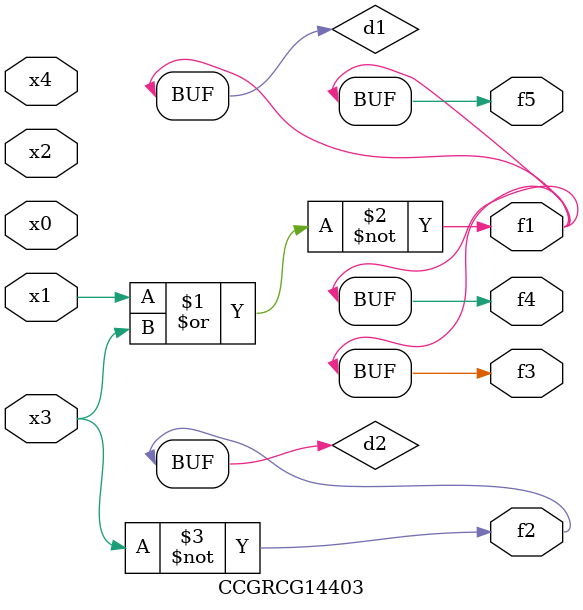
<source format=v>
module CCGRCG14403(
	input x0, x1, x2, x3, x4,
	output f1, f2, f3, f4, f5
);

	wire d1, d2;

	nor (d1, x1, x3);
	not (d2, x3);
	assign f1 = d1;
	assign f2 = d2;
	assign f3 = d1;
	assign f4 = d1;
	assign f5 = d1;
endmodule

</source>
